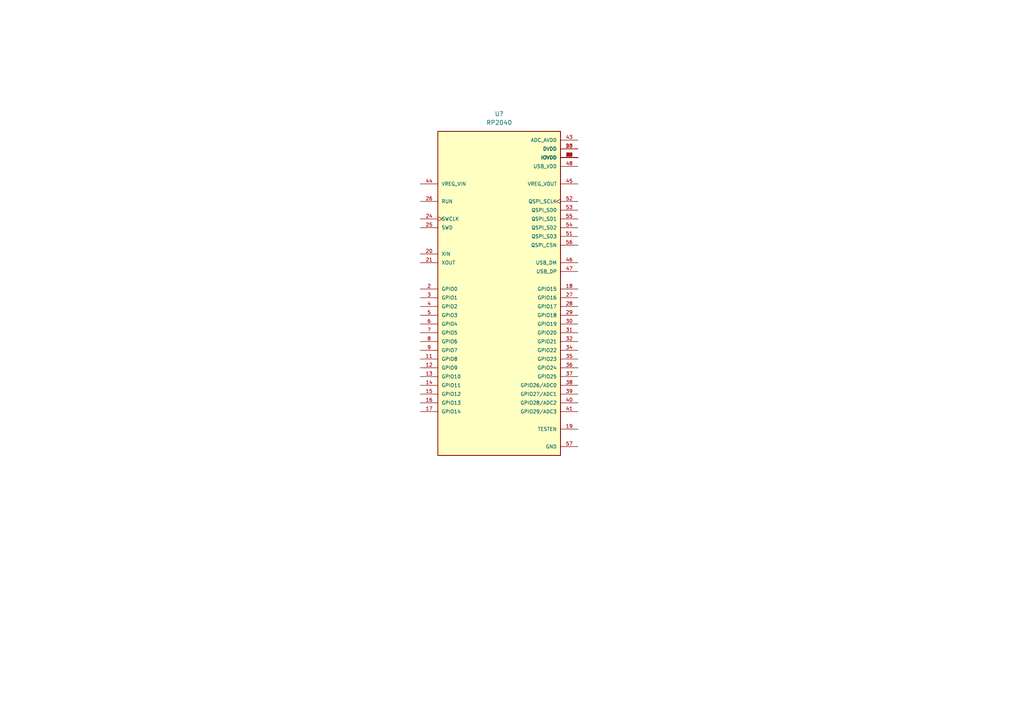
<source format=kicad_sch>
(kicad_sch (version 20211123) (generator eeschema)
  (paper "A4")
  (title_block (title "Controller Module") (date "2022-02-21") (rev "1.0.0"))
  (lib_symbols
    (symbol "RP2040:RP2040" (pin_names (offset 1.016))
      (property "Reference" "U" (at -17.78 50.8 0))
      (property "Value" "RP2040" (at -17.78 -48.26 0))
      (symbol "RP2040_0_0"
        (rectangle (start -17.78 -45.72) (end 17.78 48.26) (stroke (width 0.254)) (fill (type background)))
        (pin power_in line (at 22.86 40.64 180) (length 5.08) (name "IOVDD") (number "1"))
        (pin power_in line (at 22.86 40.64 180) (length 5.08) (name "IOVDD") (number "10"))
        (pin bidirectional line (at -22.86 -17.78 0) (length 5.08) (name "GPIO8") (number "11"))
        (pin bidirectional line (at -22.86 -20.32 0) (length 5.08) (name "GPIO9") (number "12"))
        (pin bidirectional line (at -22.86 -22.86 0) (length 5.08) (name "GPIO10") (number "13"))
        (pin bidirectional line (at -22.86 -25.4 0) (length 5.08) (name "GPIO11") (number "14"))
        (pin bidirectional line (at -22.86 -27.94 0) (length 5.08) (name "GPIO12") (number "15"))
        (pin bidirectional line (at -22.86 -30.48 0) (length 5.08) (name "GPIO13") (number "16"))
        (pin bidirectional line (at -22.86 -33.02 0) (length 5.08) (name "GPIO14") (number "17"))
        (pin bidirectional line (at 22.86 2.54 180) (length 5.08) (name "GPIO15") (number "18"))
        (pin passive line (at 22.86 -38.1 180) (length 5.08) (name "TESTEN") (number "19"))
        (pin bidirectional line (at -22.86 2.54 0) (length 5.08) (name "GPIO0") (number "2"))
        (pin input line (at -22.86 12.7 0) (length 5.08) (name "XIN") (number "20"))
        (pin output line (at -22.86 10.16 0) (length 5.08) (name "XOUT") (number "21"))
        (pin power_in line (at 22.86 40.64 180) (length 5.08) (name "IOVDD") (number "22"))
        (pin power_in line (at 22.86 43.18 180) (length 5.08) (name "DVDD") (number "23"))
        (pin input clock (at -22.86 22.86 0) (length 5.08) (name "SWCLK") (number "24"))
        (pin bidirectional line (at -22.86 20.32 0) (length 5.08) (name "SWD") (number "25"))
        (pin input line (at -22.86 27.94 0) (length 5.08) (name "RUN") (number "26"))
        (pin bidirectional line (at 22.86 0 180) (length 5.08) (name "GPIO16") (number "27"))
        (pin bidirectional line (at 22.86 -2.54 180) (length 5.08) (name "GPIO17") (number "28"))
        (pin bidirectional line (at 22.86 -5.08 180) (length 5.08) (name "GPIO18") (number "29"))
        (pin bidirectional line (at -22.86 0 0) (length 5.08) (name "GPIO1") (number "3"))
        (pin bidirectional line (at 22.86 -7.62 180) (length 5.08) (name "GPIO19") (number "30"))
        (pin bidirectional line (at 22.86 -10.16 180) (length 5.08) (name "GPIO20") (number "31"))
        (pin bidirectional line (at 22.86 -12.7 180) (length 5.08) (name "GPIO21") (number "32"))
        (pin power_in line (at 22.86 40.64 180) (length 5.08) (name "IOVDD") (number "33"))
        (pin bidirectional line (at 22.86 -15.24 180) (length 5.08) (name "GPIO22") (number "34"))
        (pin bidirectional line (at 22.86 -17.78 180) (length 5.08) (name "GPIO23") (number "35"))
        (pin bidirectional line (at 22.86 -20.32 180) (length 5.08) (name "GPIO24") (number "36"))
        (pin bidirectional line (at 22.86 -22.86 180) (length 5.08) (name "GPIO25") (number "37"))
        (pin bidirectional line (at 22.86 -25.4 180) (length 5.08) (name "GPIO26/ADC0") (number "38"))
        (pin bidirectional line (at 22.86 -27.94 180) (length 5.08) (name "GPIO27/ADC1") (number "39"))
        (pin bidirectional line (at -22.86 -2.54 0) (length 5.08) (name "GPIO2") (number "4"))
        (pin bidirectional line (at 22.86 -30.48 180) (length 5.08) (name "GPIO28/ADC2") (number "40"))
        (pin bidirectional line (at 22.86 -33.02 180) (length 5.08) (name "GPIO29/ADC3") (number "41"))
        (pin power_in line (at 22.86 40.64 180) (length 5.08) (name "IOVDD") (number "42"))
        (pin power_in line (at 22.86 45.72 180) (length 5.08) (name "ADC_AVDD") (number "43"))
        (pin input line (at -22.86 33.02 0) (length 5.08) (name "VREG_VIN") (number "44"))
        (pin output line (at 22.86 33.02 180) (length 5.08) (name "VREG_VOUT") (number "45"))
        (pin bidirectional line (at 22.86 10.16 180) (length 5.08) (name "USB_DM") (number "46"))
        (pin bidirectional line (at 22.86 7.62 180) (length 5.08) (name "USB_DP") (number "47"))
        (pin power_in line (at 22.86 38.1 180) (length 5.08) (name "USB_VDD") (number "48"))
        (pin power_in line (at 22.86 40.64 180) (length 5.08) (name "IOVDD") (number "49"))
        (pin bidirectional line (at -22.86 -5.08 0) (length 5.08) (name "GPIO3") (number "5"))
        (pin power_in line (at 22.86 43.18 180) (length 5.08) (name "DVDD") (number "50"))
        (pin bidirectional line (at 22.86 17.78 180) (length 5.08) (name "QSPI_SD3") (number "51"))
        (pin bidirectional clock (at 22.86 27.94 180) (length 5.08) (name "QSPI_SCLK") (number "52"))
        (pin bidirectional line (at 22.86 25.4 180) (length 5.08) (name "QSPI_SD0") (number "53"))
        (pin bidirectional line (at 22.86 20.32 180) (length 5.08) (name "QSPI_SD2") (number "54"))
        (pin bidirectional line (at 22.86 22.86 180) (length 5.08) (name "QSPI_SD1") (number "55"))
        (pin bidirectional line (at 22.86 15.24 180) (length 5.08) (name "QSPI_CSN") (number "56"))
        (pin power_in line (at 22.86 -43.18 180) (length 5.08) (name "GND") (number "57"))
        (pin bidirectional line (at -22.86 -7.62 0) (length 5.08) (name "GPIO4") (number "6"))
        (pin bidirectional line (at -22.86 -10.16 0) (length 5.08) (name "GPIO5") (number "7"))
        (pin bidirectional line (at -22.86 -12.7 0) (length 5.08) (name "GPIO6") (number "8"))
        (pin bidirectional line (at -22.86 -15.24 0) (length 5.08) (name "GPIO7") (number "9"))
      )
    )
  )
  (symbol (lib_id "RP2040:RP2040") (at 144.78 86.36 0) (unit 1)
    (property "Reference" "U?" (at 144.78 33.02 0))
    (property "Value" "RP2040" (at 144.78 35.56 0))
    (property "Footprint" "QFN40P700X700X90-57N" (effects hide))
    (property "PARTREV" "1.6.1" (effects hide))
    (property "MAXIMUM_PACKAGE_HEIGHT" "0.9 mm" (effects hide))
    (property "STANDARD" "IPC 7351B" (effects hide))
    (property "MANUFACTURER" "Raspberry Pi" (effects hide))
  )
)
</source>
